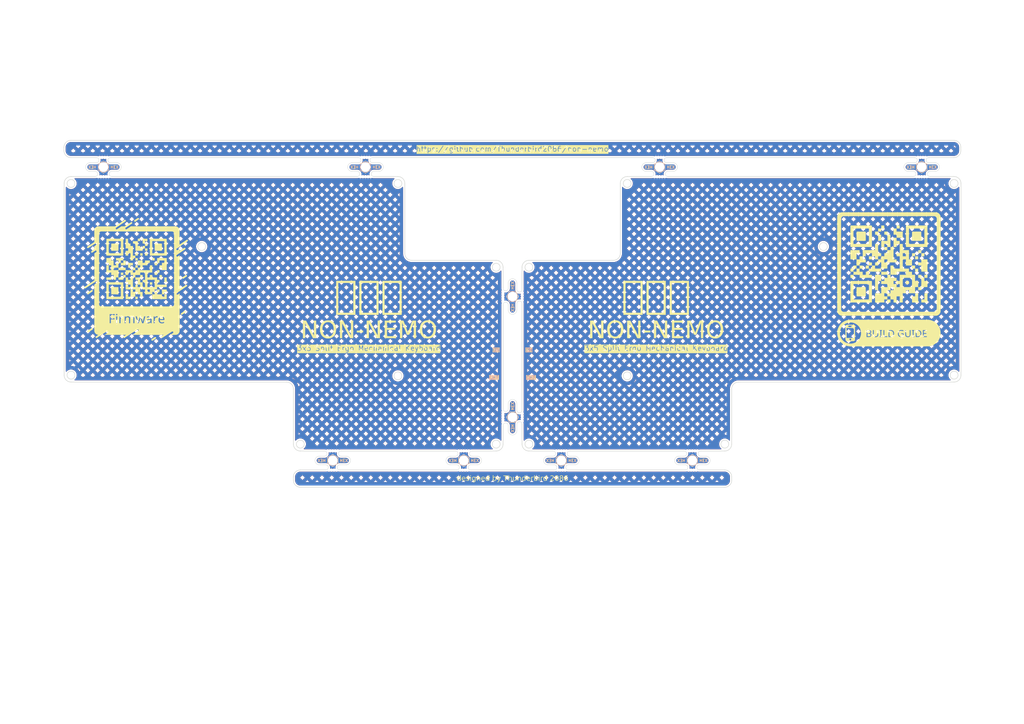
<source format=kicad_pcb>
(kicad_pcb (version 20240108) (generator "pcbnew") (generator_version "8.0")
  (title_block (title "bottom") (date "2025-04-05") (rev "0.1.6") (company "Allen Choi"))
  (layers (0 "F.Cu" signal) (31 "B.Cu" signal) (34 "B.Paste" user) (35 "F.Paste" user) (36 "B.SilkS" user "B.Silkscreen") (37 "F.SilkS" user "F.Silkscreen") (38 "B.Mask" user) (39 "F.Mask" user) (44 "Edge.Cuts" user))
  (net 0 "")
  (net 1 "GND")
  (footprint "mousebites_5p5mm_easysnap" (layer "F.Cu") (at 162.8 136.3 -90)
    (property "Reference" "X5" (hide yes))
    (property "Value" "5.5mm" (hide yes))
    (fp_line (start -1.5 3.9) (end -1.5 2.03) (stroke (width 0.1)) (layer "Edge.Cuts"))
    (fp_line (start -4 2.4) (end -4 3.9) (stroke (width 0.1)) (layer "Edge.Cuts"))
    (fp_line (start -1.5 -2.03) (end -1.5 -3.9) (stroke (width 0.1)) (layer "Edge.Cuts"))
    (fp_line (start -4 -3.9) (end -4 -2.4) (stroke (width 0.1)) (layer "Edge.Cuts"))
    (fp_arc (start -1.5 3.9) (mid -2.75 5.15) (end -4 3.9) (stroke (width 0.1)) (layer "Edge.Cuts"))
    (fp_arc (start -5.5 2.4) (mid -4.75 1.65) (end -4 2.4) (stroke (width 0.1)) (layer "Edge.Cuts"))
    (fp_arc (start -1.5 2.03) (mid -0.75 1.28) (end 0 2.03) (stroke (width 0.1)) (layer "Edge.Cuts"))
    (fp_arc (start 0 -2.03) (mid -0.75 -1.28) (end -1.5 -2.03) (stroke (width 0.1)) (layer "Edge.Cuts"))
    (fp_arc (start -4 -2.4) (mid -4.75 -1.65) (end -5.5 -2.4) (stroke (width 0.1)) (layer "Edge.Cuts"))
    (fp_arc (start -4 -3.9) (mid -2.75 -5.15) (end -1.5 -3.9) (stroke (width 0.1)) (layer "Edge.Cuts"))
    (fp_text user "HEX" (at -2.75 3.2 0) (layer "B.SilkS") (effects (font (size 0.8 0.8)) (justify mirror)))
    (fp_text user "HEX" (at -2.75 -3.2 180) (layer "B.SilkS") (effects (font (size 0.8 0.8)) (justify mirror)))
    (fp_text user "HEX" (at -2.75 3.2 180) (layer "F.SilkS") (effects (font (size 0.8 0.8))))
    (fp_text user "HEX" (at -2.75 -3.2 0) (layer "F.SilkS") (effects (font (size 0.8 0.8))))
    (pad "" np_thru_hole circle (at -5.55 -1.48 90) (size 0.5 0.5) (drill 0.5) (layers "F&B.Cu" "*.Mask"))
    (pad "" np_thru_hole circle (at -5.55 -0.74 90) (size 0.5 0.5) (drill 0.5) (layers "F&B.Cu" "*.Mask"))
    (pad "" np_thru_hole circle (at -5.55 0 90) (size 0.5 0.5) (drill 0.5) (layers "F&B.Cu" "*.Mask"))
    (pad "" np_thru_hole circle (at -5.55 0.74 90) (size 0.5 0.5) (drill 0.5) (layers "F&B.Cu" "*.Mask"))
    (pad "" np_thru_hole circle (at -5.55 1.48 90) (size 0.5 0.5) (drill 0.5) (layers "F&B.Cu" "*.Mask"))
    (pad "" np_thru_hole circle (at -2.75 0 90) (size 2.4 2.4) (drill 2.4) (layers "F&B.Cu" "*.Mask"))
    (pad "" np_thru_hole circle (at 0.05 -1.11 270) (size 0.5 0.5) (drill 0.5) (layers "F&B.Cu" "*.Mask"))
    (pad "" np_thru_hole circle (at 0.05 -0.37 270) (size 0.5 0.5) (drill 0.5) (layers "F&B.Cu" "*.Mask"))
    (pad "" np_thru_hole circle (at 0.05 0.37 270) (size 0.5 0.5) (drill 0.5) (layers "F&B.Cu" "*.Mask"))
    (pad "" np_thru_hole circle (at 0.05 1.11 270) (size 0.5 0.5) (drill 0.5) (layers "F&B.Cu" "*.Mask"))
  )
  (footprint "LOGO" (layer "F.Cu") (at 257.8 81)
    (property "Reference" "G***" (hide yes))
    (property "Value" "LOGO" (hide yes))
  )
  (footprint "mousebites_5p5mm_easysnap" (layer "F.Cu") (at 134.5 136.3 -90)
    (property "Reference" "X3" (hide yes))
    (property "Value" "5.5mm" (hide yes))
    (fp_line (start -1.5 3.9) (end -1.5 2.03) (stroke (width 0.1)) (layer "Edge.Cuts"))
    (fp_line (start -4 2.4) (end -4 3.9) (stroke (width 0.1)) (layer "Edge.Cuts"))
    (fp_line (start -1.5 -2.03) (end -1.5 -3.9) (stroke (width 0.1)) (layer "Edge.Cuts"))
    (fp_line (start -4 -3.9) (end -4 -2.4) (stroke (width 0.1)) (layer "Edge.Cuts"))
    (fp_arc (start -1.5 3.9) (mid -2.75 5.15) (end -4 3.9) (stroke (width 0.1)) (layer "Edge.Cuts"))
    (fp_arc (start -5.5 2.4) (mid -4.75 1.65) (end -4 2.4) (stroke (width 0.1)) (layer "Edge.Cuts"))
    (fp_arc (start -1.5 2.03) (mid -0.75 1.28) (end 0 2.03) (stroke (width 0.1)) (layer "Edge.Cuts"))
    (fp_arc (start 0 -2.03) (mid -0.75 -1.28) (end -1.5 -2.03) (stroke (width 0.1)) (layer "Edge.Cuts"))
    (fp_arc (start -4 -2.4) (mid -4.75 -1.65) (end -5.5 -2.4) (stroke (width 0.1)) (layer "Edge.Cuts"))
    (fp_arc (start -4 -3.9) (mid -2.75 -5.15) (end -1.5 -3.9) (stroke (width 0.1)) (layer "Edge.Cuts"))
    (fp_text user "HEX" (at -2.75 -3.2 180) (layer "B.SilkS") (effects (font (size 0.8 0.8)) (justify mirror)))
    (fp_text user "HEX" (at -2.75 3.2 0) (layer "B.SilkS") (effects (font (size 0.8 0.8)) (justify mirror)))
    (fp_text user "HEX" (at -2.75 3.2 180) (layer "F.SilkS") (effects (font (size 0.8 0.8))))
    (fp_text user "HEX" (at -2.75 -3.2 0) (layer "F.SilkS") (effects (font (size 0.8 0.8))))
    (pad "" np_thru_hole circle (at -5.55 -1.48 90) (size 0.5 0.5) (drill 0.5) (layers "F&B.Cu" "*.Mask"))
    (pad "" np_thru_hole circle (at -5.55 -0.74 90) (size 0.5 0.5) (drill 0.5) (layers "F&B.Cu" "*.Mask"))
    (pad "" np_thru_hole circle (at -5.55 0 90) (size 0.5 0.5) (drill 0.5) (layers "F&B.Cu" "*.Mask"))
    (pad "" np_thru_hole circle (at -5.55 0.74 90) (size 0.5 0.5) (drill 0.5) (layers "F&B.Cu" "*.Mask"))
    (pad "" np_thru_hole circle (at -5.55 1.48 90) (size 0.5 0.5) (drill 0.5) (layers "F&B.Cu" "*.Mask"))
    (pad "" np_thru_hole circle (at -2.75 0 90) (size 2.4 2.4) (drill 2.4) (layers "F&B.Cu" "*.Mask"))
    (pad "" np_thru_hole circle (at 0.05 -1.11 270) (size 0.5 0.5) (drill 0.5) (layers "F&B.Cu" "*.Mask"))
    (pad "" np_thru_hole circle (at 0.05 -0.37 270) (size 0.5 0.5) (drill 0.5) (layers "F&B.Cu" "*.Mask"))
    (pad "" np_thru_hole circle (at 0.05 0.37 270) (size 0.5 0.5) (drill 0.5) (layers "F&B.Cu" "*.Mask"))
    (pad "" np_thru_hole circle (at 0.05 1.11 270) (size 0.5 0.5) (drill 0.5) (layers "F&B.Cu" "*.Mask"))
  )
  (footprint "LOGO" (layer "F.Cu") (at 39.5 81)
    (property "Reference" "G***" (hide yes))
    (property "Value" "LOGO" (hide yes))
  )
  (footprint "mousebites_5p5mm_easysnap" (layer "F.Cu") (at 30 45.7 90)
    (property "Reference" "X6" (hide yes))
    (property "Value" "5.5mm" (hide yes))
    (fp_line (start -4 -3.9) (end -4 -2.4) (stroke (width 0.1)) (layer "Edge.Cuts"))
    (fp_line (start -1.5 -2.03) (end -1.5 -3.9) (stroke (width 0.1)) (layer "Edge.Cuts"))
    (fp_line (start -4 2.4) (end -4 3.9) (stroke (width 0.1)) (layer "Edge.Cuts"))
    (fp_line (start -1.5 3.9) (end -1.5 2.03) (stroke (width 0.1)) (layer "Edge.Cuts"))
    (fp_arc (start -4 -3.9) (mid -2.75 -5.15) (end -1.5 -3.9) (stroke (width 0.1)) (layer "Edge.Cuts"))
    (fp_arc (start -4 -2.4) (mid -4.75 -1.65) (end -5.5 -2.4) (stroke (width 0.1)) (layer "Edge.Cuts"))
    (fp_arc (start 0 -2.03) (mid -0.75 -1.28) (end -1.5 -2.03) (stroke (width 0.1)) (layer "Edge.Cuts"))
    (fp_arc (start -1.5 2.03) (mid -0.75 1.28) (end 0 2.03) (stroke (width 0.1)) (layer "Edge.Cuts"))
    (fp_arc (start -5.5 2.4) (mid -4.75 1.65) (end -4 2.4) (stroke (width 0.1)) (layer "Edge.Cuts"))
    (fp_arc (start -1.5 3.9) (mid -2.75 5.15) (end -4 3.9) (stroke (width 0.1)) (layer "Edge.Cuts"))
    (fp_text user "HEX" (at -2.75 3.2 180) (layer "B.SilkS") (effects (font (size 0.8 0.8)) (justify mirror)))
    (fp_text user "HEX" (at -2.75 -3.2 0) (layer "B.SilkS") (effects (font (size 0.8 0.8)) (justify mirror)))
    (fp_text user "HEX" (at -2.75 -3.2 180) (layer "F.SilkS") (effects (font (size 0.8 0.8))))
    (fp_text user "HEX" (at -2.75 3.2 0) (layer "F.SilkS") (effects (font (size 0.8 0.8))))
    (pad "" np_thru_hole circle (at -5.55 -1.48 270) (size 0.5 0.5) (drill 0.5) (layers "F&B.Cu" "*.Mask"))
    (pad "" np_thru_hole circle (at -5.55 -0.74 270) (size 0.5 0.5) (drill 0.5) (layers "F&B.Cu" "*.Mask"))
    (pad "" np_thru_hole circle (at -5.55 0 270) (size 0.5 0.5) (drill 0.5) (layers "F&B.Cu" "*.Mask"))
    (pad "" np_thru_hole circle (at -5.55 0.74 270) (size 0.5 0.5) (drill 0.5) (layers "F&B.Cu" "*.Mask"))
    (pad "" np_thru_hole circle (at -5.55 1.48 270) (size 0.5 0.5) (drill 0.5) (layers "F&B.Cu" "*.Mask"))
    (pad "" np_thru_hole circle (at -2.75 0 270) (size 2.4 2.4) (drill 2.4) (layers "F&B.Cu" "*.Mask"))
    (pad "" np_thru_hole circle (at 0.05 -1.11 90) (size 0.5 0.5) (drill 0.5) (layers "F&B.Cu" "*.Mask"))
    (pad "" np_thru_hole circle (at 0.05 -0.37 90) (size 0.5 0.5) (drill 0.5) (layers "F&B.Cu" "*.Mask"))
    (pad "" np_thru_hole circle (at 0.05 0.37 90) (size 0.5 0.5) (drill 0.5) (layers "F&B.Cu" "*.Mask"))
    (pad "" np_thru_hole circle (at 0.05 1.11 90) (size 0.5 0.5) (drill 0.5) (layers "F&B.Cu" "*.Mask"))
  )
  (footprint "mousebites_5p5mm_easysnap" (layer "F.Cu") (at 200.8 136.3 -90)
    (property "Reference" "X4" (hide yes))
    (property "Value" "5.5mm" (hide yes))
    (fp_line (start -1.5 3.9) (end -1.5 2.03) (stroke (width 0.1)) (layer "Edge.Cuts"))
    (fp_line (start -4 2.4) (end -4 3.9) (stroke (width 0.1)) (layer "Edge.Cuts"))
    (fp_line (start -1.5 -2.03) (end -1.5 -3.9) (stroke (width 0.1)) (layer "Edge.Cuts"))
    (fp_line (start -4 -3.9) (end -4 -2.4) (stroke (width 0.1)) (layer "Edge.Cuts"))
    (fp_arc (start -1.5 3.9) (mid -2.75 5.15) (end -4 3.9) (stroke (width 0.1)) (layer "Edge.Cuts"))
    (fp_arc (start -5.5 2.4) (mid -4.75 1.65) (end -4 2.4) (stroke (width 0.1)) (layer "Edge.Cuts"))
    (fp_arc (start -1.5 2.03) (mid -0.75 1.28) (end 0 2.03) (stroke (width 0.1)) (layer "Edge.Cuts"))
    (fp_arc (start 0 -2.03) (mid -0.75 -1.28) (end -1.5 -2.03) (stroke (width 0.1)) (layer "Edge.Cuts"))
    (fp_arc (start -4 -2.4) (mid -4.75 -1.65) (end -5.5 -2.4) (stroke (width 0.1)) (layer "Edge.Cuts"))
    (fp_arc (start -4 -3.9) (mid -2.75 -5.15) (end -1.5 -3.9) (stroke (width 0.1)) (layer "Edge.Cuts"))
    (fp_text user "HEX" (at -2.75 -3.2 180) (layer "B.SilkS") (effects (font (size 0.8 0.8)) (justify mirror)))
    (fp_text user "HEX" (at -2.75 3.2 0) (layer "B.SilkS") (effects (font (size 0.8 0.8)) (justify mirror)))
    (fp_text user "HEX" (at -2.75 3.2 180) (layer "F.SilkS") (effects (font (size 0.8 0.8))))
    (fp_text user "HEX" (at -2.75 -3.2 0) (layer "F.SilkS") (effects (font (size 0.8 0.8))))
    (pad "" np_thru_hole circle (at -5.55 -1.48 90) (size 0.5 0.5) (drill 0.5) (layers "F&B.Cu" "*.Mask"))
    (pad "" np_thru_hole circle (at -5.55 -0.74 90) (size 0.5 0.5) (drill 0.5) (layers "F&B.Cu" "*.Mask"))
    (pad "" np_thru_hole circle (at -5.55 0 90) (size 0.5 0.5) (drill 0.5) (layers "F&B.Cu" "*.Mask"))
    (pad "" np_thru_hole circle (at -5.55 0.74 90) (size 0.5 0.5) (drill 0.5) (layers "F&B.Cu" "*.Mask"))
    (pad "" np_thru_hole circle (at -5.55 1.48 90) (size 0.5 0.5) (drill 0.5) (layers "F&B.Cu" "*.Mask"))
    (pad "" np_thru_hole circle (at -2.75 0 90) (size 2.4 2.4) (drill 2.4) (layers "F&B.Cu" "*.Mask"))
    (pad "" np_thru_hole circle (at 0.05 -1.11 270) (size 0.5 0.5) (drill 0.5) (layers "F&B.Cu" "*.Mask"))
    (pad "" np_thru_hole circle (at 0.05 -0.37 270) (size 0.5 0.5) (drill 0.5) (layers "F&B.Cu" "*.Mask"))
    (pad "" np_thru_hole circle (at 0.05 0.37 270) (size 0.5 0.5) (drill 0.5) (layers "F&B.Cu" "*.Mask"))
    (pad "" np_thru_hole circle (at 0.05 1.11 270) (size 0.5 0.5) (drill 0.5) (layers "F&B.Cu" "*.Mask"))
  )
  (footprint "mousebites_5p5mm_easysnap" (layer "F.Cu") (at 106 45.7 90)
    (property "Reference" "X7" (hide yes))
    (property "Value" "5.5mm" (hide yes))
    (fp_line (start -4 -3.9) (end -4 -2.4) (stroke (width 0.1)) (layer "Edge.Cuts"))
    (fp_line (start -1.5 -2.03) (end -1.5 -3.9) (stroke (width 0.1)) (layer "Edge.Cuts"))
    (fp_line (start -4 2.4) (end -4 3.9) (stroke (width 0.1)) (layer "Edge.Cuts"))
    (fp_line (start -1.5 3.9) (end -1.5 2.03) (stroke (width 0.1)) (layer "Edge.Cuts"))
    (fp_arc (start -4 -3.9) (mid -2.75 -5.15) (end -1.5 -3.9) (stroke (width 0.1)) (layer "Edge.Cuts"))
    (fp_arc (start -4 -2.4) (mid -4.75 -1.65) (end -5.5 -2.4) (stroke (width 0.1)) (layer "Edge.Cuts"))
    (fp_arc (start 0 -2.03) (mid -0.75 -1.28) (end -1.5 -2.03) (stroke (width 0.1)) (layer "Edge.Cuts"))
    (fp_arc (start -1.5 2.03) (mid -0.75 1.28) (end 0 2.03) (stroke (width 0.1)) (layer "Edge.Cuts"))
    (fp_arc (start -5.5 2.4) (mid -4.75 1.65) (end -4 2.4) (stroke (width 0.1)) (layer "Edge.Cuts"))
    (fp_arc (start -1.5 3.9) (mid -2.75 5.15) (end -4 3.9) (stroke (width 0.1)) (layer "Edge.Cuts"))
    (fp_text user "HEX" (at -2.75 -3.2 0) (layer "B.SilkS") (effects (font (size 0.8 0.8)) (justify mirror)))
    (fp_text user "HEX" (at -2.75 3.2 180) (layer "B.SilkS") (effects (font (size 0.8 0.8)) (justify mirror)))
    (fp_text user "HEX" (at -2.75 -3.2 180) (layer "F.SilkS") (effects (font (size 0.8 0.8))))
    (fp_text user "HEX" (at -2.75 3.2 0) (layer "F.SilkS") (effects (font (size 0.8 0.8))))
    (pad "" np_thru_hole circle (at -5.55 -1.48 270) (size 0.5 0.5) (drill 0.5) (layers "F&B.Cu" "*.Mask"))
    (pad "" np_thru_hole circle (at -5.55 -0.74 270) (size 0.5 0.5) (drill 0.5) (layers "F&B.Cu" "*.Mask"))
    (pad "" np_thru_hole circle (at -5.55 0 270) (size 0.5 0.5) (drill 0.5) (layers "F&B.Cu" "*.Mask"))
    (pad "" np_thru_hole circle (at -5.55 0.74 270) (size 0.5 0.5) (drill 0.5) (layers "F&B.Cu" "*.Mask"))
    (pad "" np_thru_hole circle (at -5.55 1.48 270) (size 0.5 0.5) (drill 0.5) (layers "F&B.Cu" "*.Mask"))
    (pad "" np_thru_hole circle (at -2.75 0 270) (size 2.4 2.4) (drill 2.4) (layers "F&B.Cu" "*.Mask"))
    (pad "" np_thru_hole circle (at 0.05 -1.11 90) (size 0.5 0.5) (drill 0.5) (layers "F&B.Cu" "*.Mask"))
    (pad "" np_thru_hole circle (at 0.05 -0.37 90) (size 0.5 0.5) (drill 0.5) (layers "F&B.Cu" "*.Mask"))
    (pad "" np_thru_hole circle (at 0.05 0.37 90) (size 0.5 0.5) (drill 0.5) (layers "F&B.Cu" "*.Mask"))
    (pad "" np_thru_hole circle (at 0.05 1.11 90) (size 0.5 0.5) (drill 0.5) (layers "F&B.Cu" "*.Mask"))
  )
  (footprint "mousebites_5p5mm_easysnap" (layer "F.Cu") (at 151.4 121)
    (property "Reference" "X1" (hide yes))
    (property "Value" "5.5mm" (hide yes))
    (fp_line (start -4 -3.9) (end -4 -2.4) (stroke (width 0.1)) (layer "Edge.Cuts"))
    (fp_line (start -4 2.4) (end -4 3.9) (stroke (width 0.1)) (layer "Edge.Cuts"))
    (fp_line (start -1.5 -2.03) (end -1.5 -3.9) (stroke (width 0.1)) (layer "Edge.Cuts"))
    (fp_line (start -1.5 3.9) (end -1.5 2.03) (stroke (width 0.1)) (layer "Edge.Cuts"))
    (fp_arc (start -5.5 2.4) (mid -4.75 1.65) (end -4 2.4) (stroke (width 0.1)) (layer "Edge.Cuts"))
    (fp_arc (start -4 -3.9) (mid -2.75 -5.15) (end -1.5 -3.9) (stroke (width 0.1)) (layer "Edge.Cuts"))
    (fp_arc (start -4 -2.4) (mid -4.75 -1.65) (end -5.5 -2.4) (stroke (width 0.1)) (layer "Edge.Cuts"))
    (fp_arc (start -1.5 2.03) (mid -0.75 1.28) (end 0 2.03) (stroke (width 0.1)) (layer "Edge.Cuts"))
    (fp_arc (start -1.5 3.9) (mid -2.75 5.15) (end -4 3.9) (stroke (width 0.1)) (layer "Edge.Cuts"))
    (fp_arc (start 0 -2.03) (mid -0.75 -1.28) (end -1.5 -2.03) (stroke (width 0.1)) (layer "Edge.Cuts"))
    (fp_text user "HEX" (at -2.75 -3.2 -90) (layer "B.SilkS") (effects (font (size 0.8 0.8)) (justify mirror)))
    (fp_text user "HEX" (at -2.75 3.2 90) (layer "B.SilkS") (effects (font (size 0.8 0.8)) (justify mirror)))
    (fp_text user "HEX" (at -2.75 -3.2 90) (layer "F.SilkS") (effects (font (size 0.8 0.8))))
    (fp_text user "HEX" (at -2.75 3.2 -90) (layer "F.SilkS") (effects (font (size 0.8 0.8))))
    (pad "" np_thru_hole circle (at -5.55 -1.48 180) (size 0.5 0.5) (drill 0.5) (layers "F&B.Cu" "*.Mask"))
    (pad "" np_thru_hole circle (at -5.55 -0.74 180) (size 0.5 0.5) (drill 0.5) (layers "F&B.Cu" "*.Mask"))
    (pad "" np_thru_hole circle (at -5.55 0 180) (size 0.5 0.5) (drill 0.5) (layers "F&B.Cu" "*.Mask"))
    (pad "" np_thru_hole circle (at -5.55 0.74 180) (size 0.5 0.5) (drill 0.5) (layers "F&B.Cu" "*.Mask"))
    (pad "" np_thru_hole circle (at -5.55 1.48 180) (size 0.5 0.5) (drill 0.5) (layers "F&B.Cu" "*.Mask"))
    (pad "" np_thru_hole circle (at -2.75 0 180) (size 2.4 2.4) (drill 2.4) (layers "F&B.Cu" "*.Mask"))
    (pad "" np_thru_hole circle (at 0.05 -1.11) (size 0.5 0.5) (drill 0.5) (layers "F&B.Cu" "*.Mask"))
    (pad "" np_thru_hole circle (at 0.05 -0.37) (size 0.5 0.5) (drill 0.5) (layers "F&B.Cu" "*.Mask"))
    (pad "" np_thru_hole circle (at 0.05 0.37) (size 0.5 0.5) (drill 0.5) (layers "F&B.Cu" "*.Mask"))
    (pad "" np_thru_hole circle (at 0.05 1.11) (size 0.5 0.5) (drill 0.5) (layers "F&B.Cu" "*.Mask"))
  )
  (footprint "mousebites_5p5mm_easysnap" (layer "F.Cu") (at 96.5 136.3 -90)
    (property "Reference" "X2" (hide yes))
    (property "Value" "5.5mm" (hide yes))
    (fp_line (start -1.5 3.9) (end -1.5 2.03) (stroke (width 0.1)) (layer "Edge.Cuts"))
    (fp_line (start -4 2.4) (end -4 3.9) (stroke (width 0.1)) (layer "Edge.Cuts"))
    (fp_line (start -1.5 -2.03) (end -1.5 -3.9) (stroke (width 0.1)) (layer "Edge.Cuts"))
    (fp_line (start -4 -3.9) (end -4 -2.4) (stroke (width 0.1)) (layer "Edge.Cuts"))
    (fp_arc (start -1.5 3.9) (mid -2.75 5.15) (end -4 3.9) (stroke (width 0.1)) (layer "Edge.Cuts"))
    (fp_arc (start -5.5 2.4) (mid -4.75 1.65) (end -4 2.4) (stroke (width 0.1)) (layer "Edge.Cuts"))
    (fp_arc (start -1.5 2.03) (mid -0.75 1.28) (end 0 2.03) (stroke (width 0.1)) (layer "Edge.Cuts"))
    (fp_arc (start 0 -2.03) (mid -0.75 -1.28) (end -1.5 -2.03) (stroke (width 0.1)) (layer "Edge.Cuts"))
    (fp_arc (start -4 -2.4) (mid -4.75 -1.65) (end -5.5 -2.4) (stroke (width 0.1)) (layer "Edge.Cuts"))
    (fp_arc (start -4 -3.9) (mid -2.75 -5.15) (end -1.5 -3.9) (stroke (width 0.1)) (layer "Edge.Cuts"))
    (fp_text user "HEX" (at -2.75 3.2 0) (layer "B.SilkS") (effects (font (size 0.8 0.8)) (justify mirror)))
    (fp_text user "HEX" (at -2.75 -3.2 180) (layer "B.SilkS") (effects (font (size 0.8 0.8)) (justify mirror)))
    (fp_text user "HEX" (at -2.75 -3.2 0) (layer "F.SilkS") (effects (font (size 0.8 0.8))))
    (fp_text user "HEX" (at -2.75 3.2 180) (layer "F.SilkS") (effects (font (size 0.8 0.8))))
    (pad "" np_thru_hole circle (at -5.55 -1.48 90) (size 0.5 0.5) (drill 0.5) (layers "F&B.Cu" "*.Mask"))
    (pad "" np_thru_hole circle (at -5.55 -0.74 90) (size 0.5 0.5) (drill 0.5) (layers "F&B.Cu" "*.Mask"))
    (pad "" np_thru_hole circle (at -5.55 0 90) (size 0.5 0.5) (drill 0.5) (layers "F&B.Cu" "*.Mask"))
    (pad "" np_thru_hole circle (at -5.55 0.74 90) (size 0.5 0.5) (drill 0.5) (layers "F&B.Cu" "*.Mask"))
    (pad "" np_thru_hole circle (at -5.55 1.48 90) (size 0.5 0.5) (drill 0.5) (layers "F&B.Cu" "*.Mask"))
    (pad "" np_thru_hole circle (at -2.75 0 90) (size 2.4 2.4) (drill 2.4) (layers "F&B.Cu" "*.Mask"))
    (pad "" np_thru_hole circle (at 0.05 -1.11 270) (size 0.5 0.5) (drill 0.5) (layers "F&B.Cu" "*.Mask"))
    (pad "" np_thru_hole circle (at 0.05 -0.37 270) (size 0.5 0.5) (drill 0.5) (layers "F&B.Cu" "*.Mask"))
    (pad "" np_thru_hole circle (at 0.05 0.37 270) (size 0.5 0.5) (drill 0.5) (layers "F&B.Cu" "*.Mask"))
    (pad "" np_thru_hole circle (at 0.05 1.11 270) (size 0.5 0.5) (drill 0.5) (layers "F&B.Cu" "*.Mask"))
  )
  (footprint "mousebites_5p5mm_easysnap" (layer "F.Cu") (at 151.4 86)
    (property "Reference" "X10" (hide yes))
    (property "Value" "5.5mm" (hide yes))
    (fp_line (start -4 -3.9) (end -4 -2.4) (stroke (width 0.1)) (layer "Edge.Cuts"))
    (fp_line (start -4 2.4) (end -4 3.9) (stroke (width 0.1)) (layer "Edge.Cuts"))
    (fp_line (start -1.5 -2.03) (end -1.5 -3.9) (stroke (width 0.1)) (layer "Edge.Cuts"))
    (fp_line (start -1.5 3.9) (end -1.5 2.03) (stroke (width 0.1)) (layer "Edge.Cuts"))
    (fp_arc (start -5.5 2.4) (mid -4.75 1.65) (end -4 2.4) (stroke (width 0.1)) (layer "Edge.Cuts"))
    (fp_arc (start -4 -3.9) (mid -2.75 -5.15) (end -1.5 -3.9) (stroke (width 0.1)) (layer "Edge.Cuts"))
    (fp_arc (start -4 -2.4) (mid -4.75 -1.65) (end -5.5 -2.4) (stroke (width 0.1)) (layer "Edge.Cuts"))
    (fp_arc (start -1.5 2.03) (mid -0.75 1.28) (end 0 2.03) (stroke (width 0.1)) (layer "Edge.Cuts"))
    (fp_arc (start -1.5 3.9) (mid -2.75 5.15) (end -4 3.9) (stroke (width 0.1)) (layer "Edge.Cuts"))
    (fp_arc (start 0 -2.03) (mid -0.75 -1.28) (end -1.5 -2.03) (stroke (width 0.1)) (layer "Edge.Cuts"))
    (fp_text user "HEX" (at -2.75 3.2 90) (layer "B.SilkS") (effects (font (size 0.8 0.8)) (justify mirror)))
    (fp_text user "HEX" (at -2.75 -3.2 -90) (layer "B.SilkS") (effects (font (size 0.8 0.8)) (justify mirror)))
    (fp_text user "HEX" (at -2.75 3.2 -90) (layer "F.SilkS") (effects (font (size 0.8 0.8))))
    (fp_text user "HEX" (at -2.75 -3.2 90) (layer "F.SilkS") (effects (font (size 0.8 0.8))))
    (pad "" np_thru_hole circle (at -5.55 -1.48 180) (size 0.5 0.5) (drill 0.5) (layers "F&B.Cu" "*.Mask"))
    (pad "" np_thru_hole circle (at -5.55 -0.74 180) (size 0.5 0.5) (drill 0.5) (layers "F&B.Cu" "*.Mask"))
    (pad "" np_thru_hole circle (at -5.55 0 180) (size 0.5 0.5) (drill 0.5) (layers "F&B.Cu" "*.Mask"))
    (pad "" np_thru_hole circle (at -5.55 0.74 180) (size 0.5 0.5) (drill 0.5) (layers "F&B.Cu" "*.Mask"))
    (pad "" np_thru_hole circle (at -5.55 1.48 180) (size 0.5 0.5) (drill 0.5) (layers "F&B.Cu" "*.Mask"))
    (pad "" np_thru_hole circle (at -2.75 0 180) (size 2.4 2.4) (drill 2.4) (layers "F&B.Cu" "*.Mask"))
    (pad "" np_thru_hole circle (at 0.05 -1.11) (size 0.5 0.5) (drill 0.5) (layers "F&B.Cu" "*.Mask"))
    (pad "" np_thru_hole circle (at 0.05 -0.37) (size 0.5 0.5) (drill 0.5) (layers "F&B.Cu" "*.Mask"))
    (pad "" np_thru_hole circle (at 0.05 0.37) (size 0.5 0.5) (drill 0.5) (layers "F&B.Cu" "*.Mask"))
    (pad "" np_thru_hole circle (at 0.05 1.11) (size 0.5 0.5) (drill 0.5) (layers "F&B.Cu" "*.Mask"))
  )
  (footprint "mousebites_5p5mm_easysnap" (layer "F.Cu") (at 267.3 45.7 90)
    (property "Reference" "X8" (hide yes))
    (property "Value" "5.5mm" (hide yes))
    (fp_line (start -4 -3.9) (end -4 -2.4) (stroke (width 0.1)) (layer "Edge.Cuts"))
    (fp_line (start -1.5 -2.03) (end -1.5 -3.9) (stroke (width 0.1)) (layer "Edge.Cuts"))
    (fp_line (start -4 2.4) (end -4 3.9) (stroke (width 0.1)) (layer "Edge.Cuts"))
    (fp_line (start -1.5 3.9) (end -1.5 2.03) (stroke (width 0.1)) (layer "Edge.Cuts"))
    (fp_arc (start -4 -3.9) (mid -2.75 -5.15) (end -1.5 -3.9) (stroke (width 0.1)) (layer "Edge.Cuts"))
    (fp_arc (start -4 -2.4) (mid -4.75 -1.65) (end -5.5 -2.4) (stroke (width 0.1)) (layer "Edge.Cuts"))
    (fp_arc (start 0 -2.03) (mid -0.75 -1.28) (end -1.5 -2.03) (stroke (width 0.1)) (layer "Edge.Cuts"))
    (fp_arc (start -1.5 2.03) (mid -0.75 1.28) (end 0 2.03) (stroke (width 0.1)) (layer "Edge.Cuts"))
    (fp_arc (start -5.5 2.4) (mid -4.75 1.65) (end -4 2.4) (stroke (width 0.1)) (layer "Edge.Cuts"))
    (fp_arc (start -1.5 3.9) (mid -2.75 5.15) (end -4 3.9) (stroke (width 0.1)) (layer "Edge.Cuts"))
    (fp_text user "HEX" (at -2.75 3.2 180) (layer "B.SilkS") (effects (font (size 0.8 0.8)) (justify mirror)))
    (fp_text user "HEX" (at -2.75 -3.2 0) (layer "B.SilkS") (effects (font (size 0.8 0.8)) (justify mirror)))
    (fp_text user "HEX" (at -2.75 -3.2 180) (layer "F.SilkS") (effects (font (size 0.8 0.8))))
    (fp_text user "HEX" (at -2.75 3.2 0) (layer "F.SilkS") (effects (font (size 0.8 0.8))))
    (pad "" np_thru_hole circle (at -5.55 -1.48 270) (size 0.5 0.5) (drill 0.5) (layers "F&B.Cu" "*.Mask"))
    (pad "" np_thru_hole circle (at -5.55 -0.74 270) (size 0.5 0.5) (drill 0.5) (layers "F&B.Cu" "*.Mask"))
    (pad "" np_thru_hole circle (at -5.55 0 270) (size 0.5 0.5) (drill 0.5) (layers "F&B.Cu" "*.Mask"))
    (pad "" np_thru_hole circle (at -5.55 0.74 270) (size 0.5 0.5) (drill 0.5) (layers "F&B.Cu" "*.Mask"))
    (pad "" np_thru_hole circle (at -5.55 1.48 270) (size 0.5 0.5) (drill 0.5) (layers "F&B.Cu" "*.Mask"))
    (pad "" np_thru_hole circle (at -2.75 0 270) (size 2.4 2.4) (drill 2.4) (layers "F&B.Cu" "*.Mask"))
    (pad "" np_thru_hole circle (at 0.05 -1.11 90) (size 0.5 0.5) (drill 0.5) (layers "F&B.Cu" "*.Mask"))
    (pad "" np_thru_hole circle (at 0.05 -0.37 90) (size 0.5 0.5) (drill 0.5) (layers "F&B.Cu" "*.Mask"))
    (pad "" np_thru_hole circle (at 0.05 0.37 90) (size 0.5 0.5) (drill 0.5) (layers "F&B.Cu" "*.Mask"))
    (pad "" np_thru_hole circle (at 0.05 1.11 90) (size 0.5 0.5) (drill 0.5) (layers "F&B.Cu" "*.Mask"))
  )
  (footprint "mousebites_5p5mm_easysnap" (layer "F.Cu") (at 191.3 45.7 90)
    (property "Reference" "X9" (hide yes))
    (property "Value" "5.5mm" (hide yes))
    (fp_line (start -4 -3.9) (end -4 -2.4) (stroke (width 0.1)) (layer "Edge.Cuts"))
    (fp_line (start -1.5 -2.03) (end -1.5 -3.9) (stroke (width 0.1)) (layer "Edge.Cuts"))
    (fp_line (start -4 2.4) (end -4 3.9) (stroke (width 0.1)) (layer "Edge.Cuts"))
    (fp_line (start -1.5 3.9) (end -1.5 2.03) (stroke (width 0.1)) (layer "Edge.Cuts"))
    (fp_arc (start -4 -3.9) (mid -2.75 -5.15) (end -1.5 -3.9) (stroke (width 0.1)) (layer "Edge.Cuts"))
    (fp_arc (start -4 -2.4) (mid -4.75 -1.65) (end -5.5 -2.4) (stroke (width 0.1)) (layer "Edge.Cuts"))
    (fp_arc (start 0 -2.03) (mid -0.75 -1.28) (end -1.5 -2.03) (stroke (width 0.1)) (layer "Edge.Cuts"))
    (fp_arc (start -1.5 2.03) (mid -0.75 1.28) (end 0 2.03) (stroke (width 0.1)) (layer "Edge.Cuts"))
    (fp_arc (start -5.5 2.4) (mid -4.75 1.65) (end -4 2.4) (stroke (width 0.1)) (layer "Edge.Cuts"))
    (fp_arc (start -1.5 3.9) (mid -2.75 5.15) (end -4 3.9) (stroke (width 0.1)) (layer "Edge.Cuts"))
    (fp_text user "HEX" (at -2.75 -3.2 0) (layer "B.SilkS") (effects (font (size 0.8 0.8)) (justify mirror)))
    (fp_text user "HEX" (at -2.75 3.2 180) (layer "B.SilkS") (effects (font (size 0.8 0.8)) (justify mirror)))
    (fp_text user "HEX" (at -2.75 -3.2 180) (layer "F.SilkS") (effects (font (size 0.8 0.8))))
    (fp_text user "HEX" (at -2.75 3.2 0) (layer "F.SilkS") (effects (font (size 0.8 0.8))))
    (pad "" np_thru_hole circle (at -5.55 -1.48 270) (size 0.5 0.5) (drill 0.5) (layers "F&B.Cu" "*.Mask"))
    (pad "" np_thru_hole circle (at -5.55 -0.74 270) (size 0.5 0.5) (drill 0.5) (layers "F&B.Cu" "*.Mask"))
    (pad "" np_thru_hole circle (at -5.55 0 270) (size 0.5 0.5) (drill 0.5) (layers "F&B.Cu" "*.Mask"))
    (pad "" np_thru_hole circle (at -5.55 0.74 270) (size 0.5 0.5) (drill 0.5) (layers "F&B.Cu" "*.Mask"))
    (pad "" np_thru_hole circle (at -5.55 1.48 270) (size 0.5 0.5) (drill 0.5) (layers "F&B.Cu" "*.Mask"))
    (pad "" np_thru_hole circle (at -2.75 0 270) (size 2.4 2.4) (drill 2.4) (layers "F&B.Cu" "*.Mask"))
    (pad "" np_thru_hole circle (at 0.05 -1.11 90) (size 0.5 0.5) (drill 0.5) (layers "F&B.Cu" "*.Mask"))
    (pad "" np_thru_hole circle (at 0.05 -0.37 90) (size 0.5 0.5) (drill 0.5) (layers "F&B.Cu" "*.Mask"))
    (pad "" np_thru_hole circle (at 0.05 0.37 90) (size 0.5 0.5) (drill 0.5) (layers "F&B.Cu" "*.Mask"))
    (pad "" np_thru_hole circle (at 0.05 1.11 90) (size 0.5 0.5) (drill 0.5) (layers "F&B.Cu" "*.Mask"))
  )
  (gr_line (start 151.4 88.03) (end 151.4 118.97) (stroke (width 0.15)) (layer "Edge.Cuts"))
  (gr_line (start 153.4 130.8) (end 160.4 130.8) (stroke (width 0.15)) (layer "Edge.Cuts"))
  (gr_circle (center 20.6 53.2) (end 21.75 53.2) (stroke (width 0.15)) (fill none) (layer "Edge.Cuts"))
  (gr_line (start 87.1 141.3) (end 210.2 141.3) (stroke (width 0.15)) (layer "Edge.Cuts"))
  (gr_arc (start 18.55 42.7) (mid 19.135786 41.285786) (end 20.55 40.7) (stroke (width 0.15)) (layer "Edge.Cuts"))
  (gr_circle (center 153.4 77.5) (end 154.55 77.5) (stroke (width 0.15)) (fill none) (layer "Edge.Cuts"))
  (gr_line (start 18.55 42.7) (end 18.55 43.7) (stroke (width 0.15)) (layer "Edge.Cuts"))
  (gr_line (start 94.47 136.3) (end 87.1 136.3) (stroke (width 0.15)) (layer "Edge.Cuts"))
  (gr_line (start 32.4 51.2) (end 103.6 51.2) (stroke (width 0.15)) (layer "Edge.Cuts"))
  (gr_line (start 20.6 110.8) (end 83.1 110.8) (stroke (width 0.15)) (layer "Edge.Cuts"))
  (gr_arc (start 83.1 110.8) (mid 84.514214 111.385786) (end 85.1 112.8) (stroke (width 0.15)) (layer "Edge.Cuts"))
  (gr_line (start 145.9 83.6) (end 145.9 77.5) (stroke (width 0.15)) (layer "Edge.Cuts"))
  (gr_line (start 32.03 45.7) (end 103.97 45.7) (stroke (width 0.15)) (layer "Edge.Cuts"))
  (gr_line (start 145.9 123.4) (end 145.9 128.8) (stroke (width 0.15)) (layer "Edge.Cuts"))
  (gr_line (start 165.2 130.8) (end 198.4 130.8) (stroke (width 0.15)) (layer "Edge.Cuts"))
  (gr_line (start 18.6 108.8) (end 18.6 53.2) (stroke (width 0.15)) (layer "Edge.Cuts"))
  (gr_arc (start 87.1 130.8) (mid 85.685786 130.214214) (end 85.1 128.8) (stroke (width 0.15)) (layer "Edge.Cuts"))
  (gr_line (start 108.03 45.7) (end 189.27 45.7) (stroke (width 0.15)) (layer "Edge.Cuts"))
  (gr_line (start 210.2 136.3) (end 202.83 136.3) (stroke (width 0.15)) (layer "Edge.Cuts"))
  (gr_line (start 117.4 73.5) (end 117.4 53.2) (stroke (width 0.15)) (layer "Edge.Cuts"))
  (gr_line (start 87.1 130.8) (end 94.1 130.8) (stroke (width 0.15)) (layer "Edge.Cuts"))
  (gr_line (start 212.2 139.3) (end 212.2 138.3) (stroke (width 0.15)) (layer "Edge.Cuts"))
  (gr_arc (start 18.6 53.2) (mid 19.185786 51.785786) (end 20.6 51.2) (stroke (width 0.15)) (layer "Edge.Cuts"))
  (gr_arc (start 20.6 110.8) (mid 19.185786 110.214214) (end 18.6 108.8) (stroke (width 0.15)) (layer "Edge.Cuts"))
  (gr_circle (center 143.9 77.5) (end 145.05 77.5) (stroke (width 0.15)) (fill none) (layer "Edge.Cuts"))
  (gr_line (start 151.4 83.97) (end 151.4 77.5) (stroke (width 0.15)) (layer "Edge.Cuts"))
  (gr_line (start 278.7 108.8) (end 278.7 53.2) (stroke (width 0.15)) (layer "Edge.Cuts"))
  (gr_circle (center 210.2 128.8) (end 211.35 128.8) (stroke (width 0.15)) (fill none) (layer "Edge.Cuts"))
  (gr_arc (start 212.2 139.3) (mid 211.614214 140.714214) (end 210.2 141.3) (stroke (width 0.15)) (layer "Edge.Cuts"))
  (gr_arc (start 278.65 43.7) (mid 278.064214 45.114214) (end 276.65 45.7) (stroke (width 0.15)) (layer "Edge.Cuts"))
  (gr_line (start 20.6 51.2) (end 27.6 51.2) (stroke (width 0.15)) (layer "Edge.Cuts"))
  (gr_arc (start 278.7 108.8) (mid 278.114214 110.214214) (end 276.7 110.8) (stroke (width 0.15)) (layer "Edge.Cuts"))
  (gr_line (start 179.9 73.5) (end 179.9 53.2) (stroke (width 0.15)) (layer "Edge.Cuts"))
  (gr_circle (center 115.4 53.2) (end 116.55 53.2) (stroke (width 0.15)) (fill none) (layer "Edge.Cuts"))
  (gr_line (start 145.9 88.4) (end 145.9 118.6) (stroke (width 0.15)) (layer "Edge.Cuts"))
  (gr_line (start 108.4 51.2) (end 115.4 51.2) (stroke (width 0.15)) (layer "Edge.Cuts"))
  (gr_line (start 151.4 123.03) (end 151.4 128.8) (stroke (width 0.15)) (layer "Edge.Cuts"))
  (gr_line (start 132.1 130.8) (end 98.9 130.8) (stroke (width 0.15)) (layer "Edge.Cuts"))
  (gr_line (start 177.9 75.5) (end 153.4 75.5) (stroke (width 0.15)) (layer "Edge.Cuts"))
  (gr_arc (start 179.9 73.5) (mid 179.314214 74.914214) (end 177.9 75.5) (stroke (width 0.15)) (layer "Edge.Cuts"))
  (gr_arc (start 145.9 128.8) (mid 145.314214 130.214214) (end 143.9 130.8) (stroke (width 0.15)) (layer "Edge.Cuts"))
  (gr_line (start 276.65 40.7) (end 20.55 40.7) (stroke (width 0.15)) (layer "Edge.Cuts"))
  (gr_arc (start 87.1 141.3) (mid 85.685786 140.714214) (end 85.1 139.3) (stroke (width 0.15)) (layer "Edge.Cuts"))
  (gr_arc (start 212.2 128.8) (mid 211.614214 130.214214) (end 210.2 130.8) (stroke (width 0.15)) (layer "Edge.Cuts"))
  (gr_arc (start 115.4 51.2) (mid 116.814214 51.785786) (end 117.4 53.2) (stroke (width 0.15)) (layer "Edge.Cuts"))
  (gr_arc (start 210.2 136.3) (mid 211.614214 136.885786) (end 212.2 138.3) (stroke (width 0.15)) (layer "Edge.Cuts"))
  (gr_arc (start 179.9 53.2) (mid 180.485786 51.785786) (end 181.9 51.2) (stroke (width 0.15)) (layer "Edge.Cuts"))
  (gr_arc (start 212.2 112.8) (mid 212.785786 111.385786) (end 214.2 110.8) (stroke (width 0.15)) (layer "Edge.Cuts"))
  (gr_arc (start 143.9 75.5) (mid 145.314214 76.085786) (end 145.9 77.5) (stroke (width 0.15)) (layer "Edge.Cuts"))
  (gr_arc (start 276.65 40.7) (mid 278.064214 41.285786) (end 278.65 42.7) (stroke (width 0.15)) (layer "Edge.Cuts"))
  (gr_circle (center 238.8 71.5) (end 239.95 71.5) (stroke (width 0.15)) (fill none) (layer "Edge.Cuts"))
  (gr_circle (center 115.4 109) (end 116.55 109) (stroke (width 0.15)) (fill none) (layer "Edge.Cuts"))
  (gr_circle (center 276.7 108.8) (end 277.85 108.8) (stroke (width 0.15)) (fill none) (layer "Edge.Cuts"))
  (gr_line (start 203.2 130.8) (end 210.2 130.8) (stroke (width 0.15)) (layer "Edge.Cuts"))
  (gr_circle (center 181.9 53.2) (end 183.05 53.2) (stroke (width 0.15)) (fill none) (layer "Edge.Cuts"))
  (gr_line (start 132.47 136.3) (end 98.53 136.3) (stroke (width 0.15)) (layer "Edge.Cuts"))
  (gr_line (start 143.9 75.5) (end 119.4 75.5) (stroke (width 0.15)) (layer "Edge.Cuts"))
  (gr_line (start 212.2 128.8) (end 212.2 112.8) (stroke (width 0.15)) (layer "Edge.Cuts"))
  (gr_circle (center 181.9 109) (end 183.05 109) (stroke (width 0.15)) (fill none) (layer "Edge.Cuts"))
  (gr_line (start 193.33 45.7) (end 265.27 45.7) (stroke (width 0.15)) (layer "Edge.Cuts"))
  (gr_line (start 85.1 138.3) (end 85.1 139.3) (stroke (width 0.15)) (layer "Edge.Cuts"))
  (gr_line (start 188.9 51.2) (end 181.9 51.2) (stroke (width 0.15)) (layer "Edge.Cuts"))
  (gr_arc (start 119.4 75.5) (mid 117.985786 74.914214) (end 117.4 73.5) (stroke (width 0.15)) (layer "Edge.Cuts"))
  (gr_circle (center 58.5 71.5) (end 59.65 71.5) (stroke (width 0.15)) (fill none) (layer "Edge.Cuts"))
  (gr_line (start 269.33 45.7) (end 276.65 45.7) (stroke (width 0.15)) (layer "Edge.Cuts"))
  (gr_line (start 214.2 110.8) (end 276.7 110.8) (stroke (width 0.15)) (layer "Edge.Cuts"))
  (gr_arc (start 276.7 51.2) (mid 278.114214 51.785786) (end 278.7 53.2) (stroke (width 0.15)) (layer "Edge.Cuts"))
  (gr_line (start 278.65 43.7) (end 278.65 42.7) (stroke (width 0.15)) (layer "Edge.Cuts"))
  (gr_circle (center 87.1 128.8) (end 88.25 128.8) (stroke (width 0.15)) (fill none) (layer "Edge.Cuts"))
  (gr_line (start 269.7 51.2) (end 276.7 51.2) (stroke (width 0.15)) (layer "Edge.Cuts"))
  (gr_circle (center 143.9 128.8) (end 145.05 128.8) (stroke (width 0.15)) (fill none) (layer "Edge.Cuts"))
  (gr_arc (start 85.1 138.3) (mid 85.685786 136.885786) (end 87.1 136.3) (stroke (width 0.15)) (layer "Edge.Cuts"))
  (gr_circle (center 276.7 53.2) (end 277.85 53.2) (stroke (width 0.15)) (fill none) (layer "Edge.Cuts"))
  (gr_arc (start 20.55 45.7) (mid 19.135786 45.114214) (end 18.55 43.7) (stroke (width 0.15)) (layer "Edge.Cuts"))
  (gr_circle (center 20.6 108.8) (end 21.75 108.8) (stroke (width 0.15)) (fill none) (layer "Edge.Cuts"))
  (gr_arc (start 151.4 77.5) (mid 151.985786 76.085786) (end 153.4 75.5) (stroke (width 0.15)) (layer "Edge.Cuts"))
  (gr_line (start 160.77 136.3) (end 136.53 136.3) (stroke (width 0.15)) (layer "Edge.Cuts"))
  (gr_line (start 198.77 136.3) (end 164.83 136.3) (stroke (width 0.15)) (layer "Edge.Cuts"))
  (gr_arc (start 153.4 130.8) (mid 151.985786 130.214214) (end 151.4 128.8) (stroke (width 0.15)) (layer "Edge.Cuts"))
  (gr_line (start 20.55 45.7) (end 27.97 45.7) (stroke (width 0.15)) (layer "Edge.Cuts"))
  (gr_line (start 143.9 130.8) (end 136.9 130.8) (stroke (width 0.15)) (layer "Edge.Cuts"))
  (gr_circle (center 153.4 128.8) (end 154.55 128.8) (stroke (width 0.15)) (fill none) (layer "Edge.Cuts"))
  (gr_line (start 264.9 51.2) (end 193.7 51.2) (stroke (width 0.15)) (layer "Edge.Cuts"))
  (gr_line (start 85.1 112.8) (end 85.1 128.8) (stroke (width 0.15)) (layer "Edge.Cuts"))
  (gr_text "ON" (at 153.4 101.5 0) (layer "B.SilkS" knockout) (effects (font (size 1 1)) (justify mirror)))
  (gr_text "OFF" (at 143.3 109.5 0) (layer "B.SilkS" knockout) (effects (font (size 1 1)) (justify mirror)))
  (gr_text "ON" (at 143.9 101.5 0) (layer "B.SilkS" knockout) (effects (font (size 1 1)) (justify mirror)))
  (gr_text "OFF" (at 154 109.5 0) (layer "B.SilkS" knockout) (effects (font (size 1 1)) (justify mirror)))
  (gr_text "난네모" (at 190.3 86 0) (layer "F.SilkS") (effects (font (size 8 8) (thickness 0.15) (bold yes))))
  (gr_text "designed by Thunderbird 2086" (at 148.65 138.8 0) (layer "F.SilkS") (effects (font (size 1.5 1.5))))
  (gr_text "난네모" (at 107 86 0) (layer "F.SilkS") (effects (font (size 8 8) (thickness 0.15) (bold yes))))
  (gr_text "OFF" (at 154 109.5 0) (layer "F.SilkS" knockout) (effects (font (size 1 1))))
  (gr_text "ON" (at 143.9 101.5 0) (layer "F.SilkS" knockout) (effects (font (size 1 1))))
  (gr_text "NON-NEMO" (at 107 96 0) (layer "F.SilkS") (effects (font (size 5 5))))
  (gr_text "NON-NEMO" (at 190.3 96 0) (layer "F.SilkS") (effects (font (size 5 5))))
  (gr_text "https://github.com/Thunderbird2086/non-nemo" (at 148.6 43.2 0) (layer "F.SilkS" knockout) (effects (font (size 1.5 1.5))))
  (gr_text "3x5 Split Ergo Mechanical Keyboard" (at 107 101 0) (layer "F.SilkS" knockout) (effects (font (size 1.5 1.5))))
  (gr_text "OFF" (at 143.3 109.5 0) (layer "F.SilkS" knockout) (effects (font (size 1 1))))
  (gr_text "3x5 Split Ergo Mechanical Keyboard" (at 190.3 101 0) (layer "F.SilkS" knockout) (effects (font (size 1.5 1.5))))
  (gr_text "ON" (at 153.4 101.5 0) (layer "F.SilkS" knockout) (effects (font (size 1 1))))
  (zone (net 1) (net_name "GND") (layers "F&B.Cu") (connect_pads (clearance 0.1)) (min_thickness 0.25) (fill yes (mode hatch) (thermal_gap 0.5) (thermal_bridge_width 0.5) (smoothing chamfer) (radius 0.5) (island_removal_mode 1) (island_area_min 5) (hatch_thickness 1) (hatch_gap 1) (hatch_orientation 45) (hatch_border_algorithm hatch_thickness) (hatch_min_hole_area 0.3))
    (polygon (pts (xy 0 0) (xy 297 0) (xy 297 210) (xy 0 210)))
  )
)
</source>
